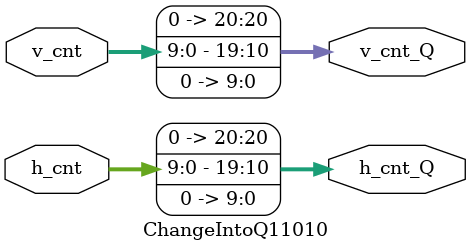
<source format=v>
`timescale 1ns / 1ps
module ChangeIntoQ11010(
    h_cnt, v_cnt,
    h_cnt_Q, v_cnt_Q
    );
    input [9:0] h_cnt, v_cnt;
    output signed[20:0] h_cnt_Q, v_cnt_Q;
    
    assign
        h_cnt_Q = {1'b0, h_cnt, 10'b0},
        v_cnt_Q = {1'b0, v_cnt, 10'b0};
endmodule

</source>
